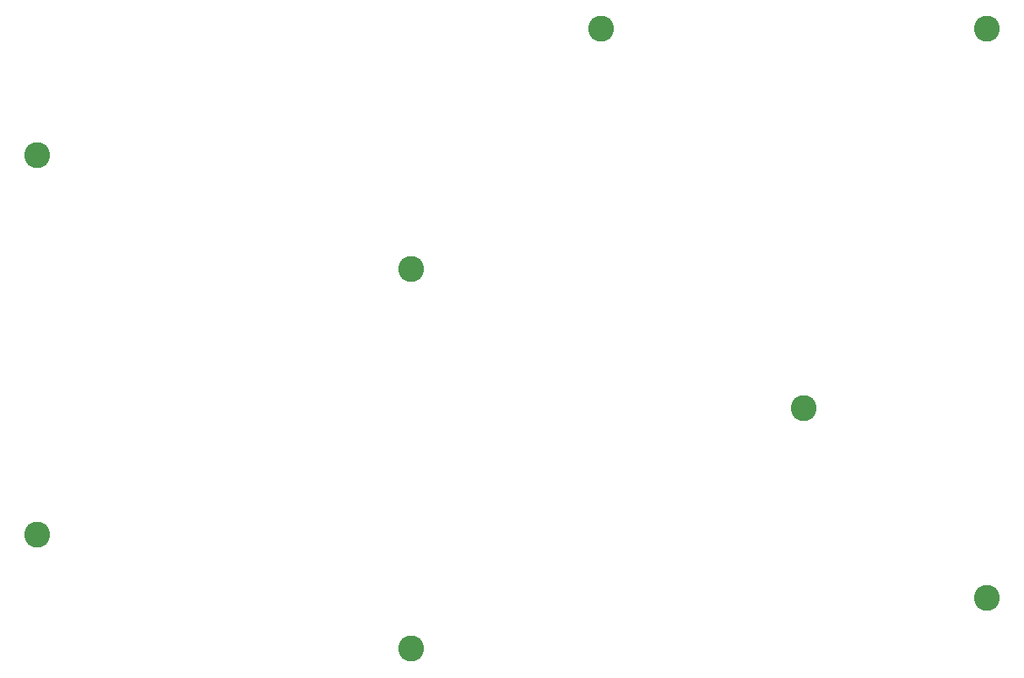
<source format=gbr>
G04 #@! TF.FileFunction,Soldermask,Bot*
%FSLAX46Y46*%
G04 Gerber Fmt 4.6, Leading zero omitted, Abs format (unit mm)*
G04 Created by KiCad (PCBNEW 4.0.7+dfsg1-1~bpo9+1) date Sat May 26 14:25:42 2018*
%MOMM*%
%LPD*%
G01*
G04 APERTURE LIST*
%ADD10C,0.100000*%
%ADD11C,2.600000*%
G04 APERTURE END LIST*
D10*
D11*
X66675000Y-98425000D03*
X161925000Y-104775000D03*
X161925000Y-47625000D03*
X66675000Y-60325000D03*
X104140000Y-109855000D03*
X123190000Y-47625000D03*
X104140000Y-71755000D03*
X143510000Y-85725000D03*
M02*

</source>
